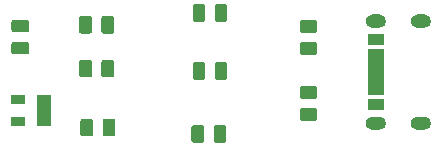
<source format=gbr>
G04 #@! TF.GenerationSoftware,KiCad,Pcbnew,(5.1.2-1)-1*
G04 #@! TF.CreationDate,2021-02-06T10:00:37+01:00*
G04 #@! TF.ProjectId,lir2450-charger,6c697232-3435-4302-9d63-686172676572,1.0.0*
G04 #@! TF.SameCoordinates,Original*
G04 #@! TF.FileFunction,Soldermask,Top*
G04 #@! TF.FilePolarity,Negative*
%FSLAX46Y46*%
G04 Gerber Fmt 4.6, Leading zero omitted, Abs format (unit mm)*
G04 Created by KiCad (PCBNEW (5.1.2-1)-1) date 2021-02-06 10:00:37*
%MOMM*%
%LPD*%
G04 APERTURE LIST*
%ADD10C,0.100000*%
G04 APERTURE END LIST*
D10*
G36*
X74371968Y-49503565D02*
G01*
X74410638Y-49515296D01*
X74446277Y-49534346D01*
X74477517Y-49559983D01*
X74503154Y-49591223D01*
X74522204Y-49626862D01*
X74533935Y-49665532D01*
X74538500Y-49711888D01*
X74538500Y-50788112D01*
X74533935Y-50834468D01*
X74522204Y-50873138D01*
X74503154Y-50908777D01*
X74477517Y-50940017D01*
X74446277Y-50965654D01*
X74410638Y-50984704D01*
X74371968Y-50996435D01*
X74325612Y-51001000D01*
X73674388Y-51001000D01*
X73628032Y-50996435D01*
X73589362Y-50984704D01*
X73553723Y-50965654D01*
X73522483Y-50940017D01*
X73496846Y-50908777D01*
X73477796Y-50873138D01*
X73466065Y-50834468D01*
X73461500Y-50788112D01*
X73461500Y-49711888D01*
X73466065Y-49665532D01*
X73477796Y-49626862D01*
X73496846Y-49591223D01*
X73522483Y-49559983D01*
X73553723Y-49534346D01*
X73589362Y-49515296D01*
X73628032Y-49503565D01*
X73674388Y-49499000D01*
X74325612Y-49499000D01*
X74371968Y-49503565D01*
X74371968Y-49503565D01*
G37*
G36*
X72496968Y-49503565D02*
G01*
X72535638Y-49515296D01*
X72571277Y-49534346D01*
X72602517Y-49559983D01*
X72628154Y-49591223D01*
X72647204Y-49626862D01*
X72658935Y-49665532D01*
X72663500Y-49711888D01*
X72663500Y-50788112D01*
X72658935Y-50834468D01*
X72647204Y-50873138D01*
X72628154Y-50908777D01*
X72602517Y-50940017D01*
X72571277Y-50965654D01*
X72535638Y-50984704D01*
X72496968Y-50996435D01*
X72450612Y-51001000D01*
X71799388Y-51001000D01*
X71753032Y-50996435D01*
X71714362Y-50984704D01*
X71678723Y-50965654D01*
X71647483Y-50940017D01*
X71621846Y-50908777D01*
X71602796Y-50873138D01*
X71591065Y-50834468D01*
X71586500Y-50788112D01*
X71586500Y-49711888D01*
X71591065Y-49665532D01*
X71602796Y-49626862D01*
X71621846Y-49591223D01*
X71647483Y-49559983D01*
X71678723Y-49534346D01*
X71714362Y-49515296D01*
X71753032Y-49503565D01*
X71799388Y-49499000D01*
X72450612Y-49499000D01*
X72496968Y-49503565D01*
X72496968Y-49503565D01*
G37*
G36*
X64971968Y-48953565D02*
G01*
X65010638Y-48965296D01*
X65046277Y-48984346D01*
X65077517Y-49009983D01*
X65103154Y-49041223D01*
X65122204Y-49076862D01*
X65133935Y-49115532D01*
X65138500Y-49161888D01*
X65138500Y-50238112D01*
X65133935Y-50284468D01*
X65122204Y-50323138D01*
X65103154Y-50358777D01*
X65077517Y-50390017D01*
X65046277Y-50415654D01*
X65010638Y-50434704D01*
X64971968Y-50446435D01*
X64925612Y-50451000D01*
X64274388Y-50451000D01*
X64228032Y-50446435D01*
X64189362Y-50434704D01*
X64153723Y-50415654D01*
X64122483Y-50390017D01*
X64096846Y-50358777D01*
X64077796Y-50323138D01*
X64066065Y-50284468D01*
X64061500Y-50238112D01*
X64061500Y-49161888D01*
X64066065Y-49115532D01*
X64077796Y-49076862D01*
X64096846Y-49041223D01*
X64122483Y-49009983D01*
X64153723Y-48984346D01*
X64189362Y-48965296D01*
X64228032Y-48953565D01*
X64274388Y-48949000D01*
X64925612Y-48949000D01*
X64971968Y-48953565D01*
X64971968Y-48953565D01*
G37*
G36*
X63096968Y-48953565D02*
G01*
X63135638Y-48965296D01*
X63171277Y-48984346D01*
X63202517Y-49009983D01*
X63228154Y-49041223D01*
X63247204Y-49076862D01*
X63258935Y-49115532D01*
X63263500Y-49161888D01*
X63263500Y-50238112D01*
X63258935Y-50284468D01*
X63247204Y-50323138D01*
X63228154Y-50358777D01*
X63202517Y-50390017D01*
X63171277Y-50415654D01*
X63135638Y-50434704D01*
X63096968Y-50446435D01*
X63050612Y-50451000D01*
X62399388Y-50451000D01*
X62353032Y-50446435D01*
X62314362Y-50434704D01*
X62278723Y-50415654D01*
X62247483Y-50390017D01*
X62221846Y-50358777D01*
X62202796Y-50323138D01*
X62191065Y-50284468D01*
X62186500Y-50238112D01*
X62186500Y-49161888D01*
X62191065Y-49115532D01*
X62202796Y-49076862D01*
X62221846Y-49041223D01*
X62247483Y-49009983D01*
X62278723Y-48984346D01*
X62314362Y-48965296D01*
X62353032Y-48953565D01*
X62399388Y-48949000D01*
X63050612Y-48949000D01*
X63096968Y-48953565D01*
X63096968Y-48953565D01*
G37*
G36*
X87607495Y-48779586D02*
G01*
X87710859Y-48810941D01*
X87806119Y-48861859D01*
X87889616Y-48930383D01*
X87958140Y-49013880D01*
X88009058Y-49109140D01*
X88040413Y-49212504D01*
X88051000Y-49319999D01*
X88051000Y-49320001D01*
X88040413Y-49427496D01*
X88009058Y-49530860D01*
X87958140Y-49626120D01*
X87889616Y-49709617D01*
X87806119Y-49778141D01*
X87710859Y-49829059D01*
X87607495Y-49860414D01*
X87500000Y-49871001D01*
X86900000Y-49871001D01*
X86792505Y-49860414D01*
X86689141Y-49829059D01*
X86593881Y-49778141D01*
X86510384Y-49709617D01*
X86441860Y-49626120D01*
X86390942Y-49530860D01*
X86359587Y-49427496D01*
X86349000Y-49320001D01*
X86349000Y-49319999D01*
X86359587Y-49212504D01*
X86390942Y-49109140D01*
X86441860Y-49013880D01*
X86510384Y-48930383D01*
X86593881Y-48861859D01*
X86689141Y-48810941D01*
X86792505Y-48779586D01*
X86900000Y-48768999D01*
X87500000Y-48768999D01*
X87607495Y-48779586D01*
X87607495Y-48779586D01*
G37*
G36*
X91407495Y-48779586D02*
G01*
X91510859Y-48810941D01*
X91606119Y-48861859D01*
X91689616Y-48930383D01*
X91758140Y-49013880D01*
X91809058Y-49109140D01*
X91840413Y-49212504D01*
X91851000Y-49319999D01*
X91851000Y-49320001D01*
X91840413Y-49427496D01*
X91809058Y-49530860D01*
X91758140Y-49626120D01*
X91689616Y-49709617D01*
X91606119Y-49778141D01*
X91510859Y-49829059D01*
X91407495Y-49860414D01*
X91300000Y-49871001D01*
X90700000Y-49871001D01*
X90592505Y-49860414D01*
X90489141Y-49829059D01*
X90393881Y-49778141D01*
X90310384Y-49709617D01*
X90241860Y-49626120D01*
X90190942Y-49530860D01*
X90159587Y-49427496D01*
X90149000Y-49320001D01*
X90149000Y-49319999D01*
X90159587Y-49212504D01*
X90190942Y-49109140D01*
X90241860Y-49013880D01*
X90310384Y-48930383D01*
X90393881Y-48861859D01*
X90489141Y-48810941D01*
X90592505Y-48779586D01*
X90700000Y-48768999D01*
X91300000Y-48768999D01*
X91407495Y-48779586D01*
X91407495Y-48779586D01*
G37*
G36*
X59681000Y-49576000D02*
G01*
X58519000Y-49576000D01*
X58519000Y-46924000D01*
X59681000Y-46924000D01*
X59681000Y-49576000D01*
X59681000Y-49576000D01*
G37*
G36*
X57481000Y-49576000D02*
G01*
X56319000Y-49576000D01*
X56319000Y-48824000D01*
X57481000Y-48824000D01*
X57481000Y-49576000D01*
X57481000Y-49576000D01*
G37*
G36*
X82084468Y-48066065D02*
G01*
X82123138Y-48077796D01*
X82158777Y-48096846D01*
X82190017Y-48122483D01*
X82215654Y-48153723D01*
X82234704Y-48189362D01*
X82246435Y-48228032D01*
X82251000Y-48274388D01*
X82251000Y-48925612D01*
X82246435Y-48971968D01*
X82234704Y-49010638D01*
X82215654Y-49046277D01*
X82190017Y-49077517D01*
X82158777Y-49103154D01*
X82123138Y-49122204D01*
X82084468Y-49133935D01*
X82038112Y-49138500D01*
X80961888Y-49138500D01*
X80915532Y-49133935D01*
X80876862Y-49122204D01*
X80841223Y-49103154D01*
X80809983Y-49077517D01*
X80784346Y-49046277D01*
X80765296Y-49010638D01*
X80753565Y-48971968D01*
X80749000Y-48925612D01*
X80749000Y-48274388D01*
X80753565Y-48228032D01*
X80765296Y-48189362D01*
X80784346Y-48153723D01*
X80809983Y-48122483D01*
X80841223Y-48096846D01*
X80876862Y-48077796D01*
X80915532Y-48066065D01*
X80961888Y-48061500D01*
X82038112Y-48061500D01*
X82084468Y-48066065D01*
X82084468Y-48066065D01*
G37*
G36*
X87851000Y-48201000D02*
G01*
X86549000Y-48201000D01*
X86549000Y-47299000D01*
X87851000Y-47299000D01*
X87851000Y-48201000D01*
X87851000Y-48201000D01*
G37*
G36*
X57481000Y-47676000D02*
G01*
X56319000Y-47676000D01*
X56319000Y-46924000D01*
X57481000Y-46924000D01*
X57481000Y-47676000D01*
X57481000Y-47676000D01*
G37*
G36*
X82084468Y-46191065D02*
G01*
X82123138Y-46202796D01*
X82158777Y-46221846D01*
X82190017Y-46247483D01*
X82215654Y-46278723D01*
X82234704Y-46314362D01*
X82246435Y-46353032D01*
X82251000Y-46399388D01*
X82251000Y-47050612D01*
X82246435Y-47096968D01*
X82234704Y-47135638D01*
X82215654Y-47171277D01*
X82190017Y-47202517D01*
X82158777Y-47228154D01*
X82123138Y-47247204D01*
X82084468Y-47258935D01*
X82038112Y-47263500D01*
X80961888Y-47263500D01*
X80915532Y-47258935D01*
X80876862Y-47247204D01*
X80841223Y-47228154D01*
X80809983Y-47202517D01*
X80784346Y-47171277D01*
X80765296Y-47135638D01*
X80753565Y-47096968D01*
X80749000Y-47050612D01*
X80749000Y-46399388D01*
X80753565Y-46353032D01*
X80765296Y-46314362D01*
X80784346Y-46278723D01*
X80809983Y-46247483D01*
X80841223Y-46221846D01*
X80876862Y-46202796D01*
X80915532Y-46191065D01*
X80961888Y-46186500D01*
X82038112Y-46186500D01*
X82084468Y-46191065D01*
X82084468Y-46191065D01*
G37*
G36*
X87851000Y-46971000D02*
G01*
X86549000Y-46971000D01*
X86549000Y-43029000D01*
X87851000Y-43029000D01*
X87851000Y-46971000D01*
X87851000Y-46971000D01*
G37*
G36*
X72596968Y-44153565D02*
G01*
X72635638Y-44165296D01*
X72671277Y-44184346D01*
X72702517Y-44209983D01*
X72728154Y-44241223D01*
X72747204Y-44276862D01*
X72758935Y-44315532D01*
X72763500Y-44361888D01*
X72763500Y-45438112D01*
X72758935Y-45484468D01*
X72747204Y-45523138D01*
X72728154Y-45558777D01*
X72702517Y-45590017D01*
X72671277Y-45615654D01*
X72635638Y-45634704D01*
X72596968Y-45646435D01*
X72550612Y-45651000D01*
X71899388Y-45651000D01*
X71853032Y-45646435D01*
X71814362Y-45634704D01*
X71778723Y-45615654D01*
X71747483Y-45590017D01*
X71721846Y-45558777D01*
X71702796Y-45523138D01*
X71691065Y-45484468D01*
X71686500Y-45438112D01*
X71686500Y-44361888D01*
X71691065Y-44315532D01*
X71702796Y-44276862D01*
X71721846Y-44241223D01*
X71747483Y-44209983D01*
X71778723Y-44184346D01*
X71814362Y-44165296D01*
X71853032Y-44153565D01*
X71899388Y-44149000D01*
X72550612Y-44149000D01*
X72596968Y-44153565D01*
X72596968Y-44153565D01*
G37*
G36*
X74471968Y-44153565D02*
G01*
X74510638Y-44165296D01*
X74546277Y-44184346D01*
X74577517Y-44209983D01*
X74603154Y-44241223D01*
X74622204Y-44276862D01*
X74633935Y-44315532D01*
X74638500Y-44361888D01*
X74638500Y-45438112D01*
X74633935Y-45484468D01*
X74622204Y-45523138D01*
X74603154Y-45558777D01*
X74577517Y-45590017D01*
X74546277Y-45615654D01*
X74510638Y-45634704D01*
X74471968Y-45646435D01*
X74425612Y-45651000D01*
X73774388Y-45651000D01*
X73728032Y-45646435D01*
X73689362Y-45634704D01*
X73653723Y-45615654D01*
X73622483Y-45590017D01*
X73596846Y-45558777D01*
X73577796Y-45523138D01*
X73566065Y-45484468D01*
X73561500Y-45438112D01*
X73561500Y-44361888D01*
X73566065Y-44315532D01*
X73577796Y-44276862D01*
X73596846Y-44241223D01*
X73622483Y-44209983D01*
X73653723Y-44184346D01*
X73689362Y-44165296D01*
X73728032Y-44153565D01*
X73774388Y-44149000D01*
X74425612Y-44149000D01*
X74471968Y-44153565D01*
X74471968Y-44153565D01*
G37*
G36*
X64871968Y-43953565D02*
G01*
X64910638Y-43965296D01*
X64946277Y-43984346D01*
X64977517Y-44009983D01*
X65003154Y-44041223D01*
X65022204Y-44076862D01*
X65033935Y-44115532D01*
X65038500Y-44161888D01*
X65038500Y-45238112D01*
X65033935Y-45284468D01*
X65022204Y-45323138D01*
X65003154Y-45358777D01*
X64977517Y-45390017D01*
X64946277Y-45415654D01*
X64910638Y-45434704D01*
X64871968Y-45446435D01*
X64825612Y-45451000D01*
X64174388Y-45451000D01*
X64128032Y-45446435D01*
X64089362Y-45434704D01*
X64053723Y-45415654D01*
X64022483Y-45390017D01*
X63996846Y-45358777D01*
X63977796Y-45323138D01*
X63966065Y-45284468D01*
X63961500Y-45238112D01*
X63961500Y-44161888D01*
X63966065Y-44115532D01*
X63977796Y-44076862D01*
X63996846Y-44041223D01*
X64022483Y-44009983D01*
X64053723Y-43984346D01*
X64089362Y-43965296D01*
X64128032Y-43953565D01*
X64174388Y-43949000D01*
X64825612Y-43949000D01*
X64871968Y-43953565D01*
X64871968Y-43953565D01*
G37*
G36*
X62996968Y-43953565D02*
G01*
X63035638Y-43965296D01*
X63071277Y-43984346D01*
X63102517Y-44009983D01*
X63128154Y-44041223D01*
X63147204Y-44076862D01*
X63158935Y-44115532D01*
X63163500Y-44161888D01*
X63163500Y-45238112D01*
X63158935Y-45284468D01*
X63147204Y-45323138D01*
X63128154Y-45358777D01*
X63102517Y-45390017D01*
X63071277Y-45415654D01*
X63035638Y-45434704D01*
X62996968Y-45446435D01*
X62950612Y-45451000D01*
X62299388Y-45451000D01*
X62253032Y-45446435D01*
X62214362Y-45434704D01*
X62178723Y-45415654D01*
X62147483Y-45390017D01*
X62121846Y-45358777D01*
X62102796Y-45323138D01*
X62091065Y-45284468D01*
X62086500Y-45238112D01*
X62086500Y-44161888D01*
X62091065Y-44115532D01*
X62102796Y-44076862D01*
X62121846Y-44041223D01*
X62147483Y-44009983D01*
X62178723Y-43984346D01*
X62214362Y-43965296D01*
X62253032Y-43953565D01*
X62299388Y-43949000D01*
X62950612Y-43949000D01*
X62996968Y-43953565D01*
X62996968Y-43953565D01*
G37*
G36*
X82084468Y-42466065D02*
G01*
X82123138Y-42477796D01*
X82158777Y-42496846D01*
X82190017Y-42522483D01*
X82215654Y-42553723D01*
X82234704Y-42589362D01*
X82246435Y-42628032D01*
X82251000Y-42674388D01*
X82251000Y-43325612D01*
X82246435Y-43371968D01*
X82234704Y-43410638D01*
X82215654Y-43446277D01*
X82190017Y-43477517D01*
X82158777Y-43503154D01*
X82123138Y-43522204D01*
X82084468Y-43533935D01*
X82038112Y-43538500D01*
X80961888Y-43538500D01*
X80915532Y-43533935D01*
X80876862Y-43522204D01*
X80841223Y-43503154D01*
X80809983Y-43477517D01*
X80784346Y-43446277D01*
X80765296Y-43410638D01*
X80753565Y-43371968D01*
X80749000Y-43325612D01*
X80749000Y-42674388D01*
X80753565Y-42628032D01*
X80765296Y-42589362D01*
X80784346Y-42553723D01*
X80809983Y-42522483D01*
X80841223Y-42496846D01*
X80876862Y-42477796D01*
X80915532Y-42466065D01*
X80961888Y-42461500D01*
X82038112Y-42461500D01*
X82084468Y-42466065D01*
X82084468Y-42466065D01*
G37*
G36*
X57684468Y-42441065D02*
G01*
X57723138Y-42452796D01*
X57758777Y-42471846D01*
X57790017Y-42497483D01*
X57815654Y-42528723D01*
X57834704Y-42564362D01*
X57846435Y-42603032D01*
X57851000Y-42649388D01*
X57851000Y-43300612D01*
X57846435Y-43346968D01*
X57834704Y-43385638D01*
X57815654Y-43421277D01*
X57790017Y-43452517D01*
X57758777Y-43478154D01*
X57723138Y-43497204D01*
X57684468Y-43508935D01*
X57638112Y-43513500D01*
X56561888Y-43513500D01*
X56515532Y-43508935D01*
X56476862Y-43497204D01*
X56441223Y-43478154D01*
X56409983Y-43452517D01*
X56384346Y-43421277D01*
X56365296Y-43385638D01*
X56353565Y-43346968D01*
X56349000Y-43300612D01*
X56349000Y-42649388D01*
X56353565Y-42603032D01*
X56365296Y-42564362D01*
X56384346Y-42528723D01*
X56409983Y-42497483D01*
X56441223Y-42471846D01*
X56476862Y-42452796D01*
X56515532Y-42441065D01*
X56561888Y-42436500D01*
X57638112Y-42436500D01*
X57684468Y-42441065D01*
X57684468Y-42441065D01*
G37*
G36*
X87851000Y-42701000D02*
G01*
X86549000Y-42701000D01*
X86549000Y-41799000D01*
X87851000Y-41799000D01*
X87851000Y-42701000D01*
X87851000Y-42701000D01*
G37*
G36*
X62996968Y-40253565D02*
G01*
X63035638Y-40265296D01*
X63071277Y-40284346D01*
X63102517Y-40309983D01*
X63128154Y-40341223D01*
X63147204Y-40376862D01*
X63158935Y-40415532D01*
X63163500Y-40461888D01*
X63163500Y-41538112D01*
X63158935Y-41584468D01*
X63147204Y-41623138D01*
X63128154Y-41658777D01*
X63102517Y-41690017D01*
X63071277Y-41715654D01*
X63035638Y-41734704D01*
X62996968Y-41746435D01*
X62950612Y-41751000D01*
X62299388Y-41751000D01*
X62253032Y-41746435D01*
X62214362Y-41734704D01*
X62178723Y-41715654D01*
X62147483Y-41690017D01*
X62121846Y-41658777D01*
X62102796Y-41623138D01*
X62091065Y-41584468D01*
X62086500Y-41538112D01*
X62086500Y-40461888D01*
X62091065Y-40415532D01*
X62102796Y-40376862D01*
X62121846Y-40341223D01*
X62147483Y-40309983D01*
X62178723Y-40284346D01*
X62214362Y-40265296D01*
X62253032Y-40253565D01*
X62299388Y-40249000D01*
X62950612Y-40249000D01*
X62996968Y-40253565D01*
X62996968Y-40253565D01*
G37*
G36*
X64871968Y-40253565D02*
G01*
X64910638Y-40265296D01*
X64946277Y-40284346D01*
X64977517Y-40309983D01*
X65003154Y-40341223D01*
X65022204Y-40376862D01*
X65033935Y-40415532D01*
X65038500Y-40461888D01*
X65038500Y-41538112D01*
X65033935Y-41584468D01*
X65022204Y-41623138D01*
X65003154Y-41658777D01*
X64977517Y-41690017D01*
X64946277Y-41715654D01*
X64910638Y-41734704D01*
X64871968Y-41746435D01*
X64825612Y-41751000D01*
X64174388Y-41751000D01*
X64128032Y-41746435D01*
X64089362Y-41734704D01*
X64053723Y-41715654D01*
X64022483Y-41690017D01*
X63996846Y-41658777D01*
X63977796Y-41623138D01*
X63966065Y-41584468D01*
X63961500Y-41538112D01*
X63961500Y-40461888D01*
X63966065Y-40415532D01*
X63977796Y-40376862D01*
X63996846Y-40341223D01*
X64022483Y-40309983D01*
X64053723Y-40284346D01*
X64089362Y-40265296D01*
X64128032Y-40253565D01*
X64174388Y-40249000D01*
X64825612Y-40249000D01*
X64871968Y-40253565D01*
X64871968Y-40253565D01*
G37*
G36*
X82084468Y-40591065D02*
G01*
X82123138Y-40602796D01*
X82158777Y-40621846D01*
X82190017Y-40647483D01*
X82215654Y-40678723D01*
X82234704Y-40714362D01*
X82246435Y-40753032D01*
X82251000Y-40799388D01*
X82251000Y-41450612D01*
X82246435Y-41496968D01*
X82234704Y-41535638D01*
X82215654Y-41571277D01*
X82190017Y-41602517D01*
X82158777Y-41628154D01*
X82123138Y-41647204D01*
X82084468Y-41658935D01*
X82038112Y-41663500D01*
X80961888Y-41663500D01*
X80915532Y-41658935D01*
X80876862Y-41647204D01*
X80841223Y-41628154D01*
X80809983Y-41602517D01*
X80784346Y-41571277D01*
X80765296Y-41535638D01*
X80753565Y-41496968D01*
X80749000Y-41450612D01*
X80749000Y-40799388D01*
X80753565Y-40753032D01*
X80765296Y-40714362D01*
X80784346Y-40678723D01*
X80809983Y-40647483D01*
X80841223Y-40621846D01*
X80876862Y-40602796D01*
X80915532Y-40591065D01*
X80961888Y-40586500D01*
X82038112Y-40586500D01*
X82084468Y-40591065D01*
X82084468Y-40591065D01*
G37*
G36*
X57684468Y-40566065D02*
G01*
X57723138Y-40577796D01*
X57758777Y-40596846D01*
X57790017Y-40622483D01*
X57815654Y-40653723D01*
X57834704Y-40689362D01*
X57846435Y-40728032D01*
X57851000Y-40774388D01*
X57851000Y-41425612D01*
X57846435Y-41471968D01*
X57834704Y-41510638D01*
X57815654Y-41546277D01*
X57790017Y-41577517D01*
X57758777Y-41603154D01*
X57723138Y-41622204D01*
X57684468Y-41633935D01*
X57638112Y-41638500D01*
X56561888Y-41638500D01*
X56515532Y-41633935D01*
X56476862Y-41622204D01*
X56441223Y-41603154D01*
X56409983Y-41577517D01*
X56384346Y-41546277D01*
X56365296Y-41510638D01*
X56353565Y-41471968D01*
X56349000Y-41425612D01*
X56349000Y-40774388D01*
X56353565Y-40728032D01*
X56365296Y-40689362D01*
X56384346Y-40653723D01*
X56409983Y-40622483D01*
X56441223Y-40596846D01*
X56476862Y-40577796D01*
X56515532Y-40566065D01*
X56561888Y-40561500D01*
X57638112Y-40561500D01*
X57684468Y-40566065D01*
X57684468Y-40566065D01*
G37*
G36*
X87607495Y-40139586D02*
G01*
X87710859Y-40170941D01*
X87806119Y-40221859D01*
X87889616Y-40290383D01*
X87958140Y-40373880D01*
X88009058Y-40469140D01*
X88040413Y-40572504D01*
X88051000Y-40679999D01*
X88051000Y-40680001D01*
X88040413Y-40787496D01*
X88009058Y-40890860D01*
X87958140Y-40986120D01*
X87889616Y-41069617D01*
X87806119Y-41138141D01*
X87710859Y-41189059D01*
X87607495Y-41220414D01*
X87500000Y-41231001D01*
X86900000Y-41231001D01*
X86792505Y-41220414D01*
X86689141Y-41189059D01*
X86593881Y-41138141D01*
X86510384Y-41069617D01*
X86441860Y-40986120D01*
X86390942Y-40890860D01*
X86359587Y-40787496D01*
X86349000Y-40680001D01*
X86349000Y-40679999D01*
X86359587Y-40572504D01*
X86390942Y-40469140D01*
X86441860Y-40373880D01*
X86510384Y-40290383D01*
X86593881Y-40221859D01*
X86689141Y-40170941D01*
X86792505Y-40139586D01*
X86900000Y-40128999D01*
X87500000Y-40128999D01*
X87607495Y-40139586D01*
X87607495Y-40139586D01*
G37*
G36*
X91407495Y-40139586D02*
G01*
X91510859Y-40170941D01*
X91606119Y-40221859D01*
X91689616Y-40290383D01*
X91758140Y-40373880D01*
X91809058Y-40469140D01*
X91840413Y-40572504D01*
X91851000Y-40679999D01*
X91851000Y-40680001D01*
X91840413Y-40787496D01*
X91809058Y-40890860D01*
X91758140Y-40986120D01*
X91689616Y-41069617D01*
X91606119Y-41138141D01*
X91510859Y-41189059D01*
X91407495Y-41220414D01*
X91300000Y-41231001D01*
X90700000Y-41231001D01*
X90592505Y-41220414D01*
X90489141Y-41189059D01*
X90393881Y-41138141D01*
X90310384Y-41069617D01*
X90241860Y-40986120D01*
X90190942Y-40890860D01*
X90159587Y-40787496D01*
X90149000Y-40680001D01*
X90149000Y-40679999D01*
X90159587Y-40572504D01*
X90190942Y-40469140D01*
X90241860Y-40373880D01*
X90310384Y-40290383D01*
X90393881Y-40221859D01*
X90489141Y-40170941D01*
X90592505Y-40139586D01*
X90700000Y-40128999D01*
X91300000Y-40128999D01*
X91407495Y-40139586D01*
X91407495Y-40139586D01*
G37*
G36*
X74471968Y-39253565D02*
G01*
X74510638Y-39265296D01*
X74546277Y-39284346D01*
X74577517Y-39309983D01*
X74603154Y-39341223D01*
X74622204Y-39376862D01*
X74633935Y-39415532D01*
X74638500Y-39461888D01*
X74638500Y-40538112D01*
X74633935Y-40584468D01*
X74622204Y-40623138D01*
X74603154Y-40658777D01*
X74577517Y-40690017D01*
X74546277Y-40715654D01*
X74510638Y-40734704D01*
X74471968Y-40746435D01*
X74425612Y-40751000D01*
X73774388Y-40751000D01*
X73728032Y-40746435D01*
X73689362Y-40734704D01*
X73653723Y-40715654D01*
X73622483Y-40690017D01*
X73596846Y-40658777D01*
X73577796Y-40623138D01*
X73566065Y-40584468D01*
X73561500Y-40538112D01*
X73561500Y-39461888D01*
X73566065Y-39415532D01*
X73577796Y-39376862D01*
X73596846Y-39341223D01*
X73622483Y-39309983D01*
X73653723Y-39284346D01*
X73689362Y-39265296D01*
X73728032Y-39253565D01*
X73774388Y-39249000D01*
X74425612Y-39249000D01*
X74471968Y-39253565D01*
X74471968Y-39253565D01*
G37*
G36*
X72596968Y-39253565D02*
G01*
X72635638Y-39265296D01*
X72671277Y-39284346D01*
X72702517Y-39309983D01*
X72728154Y-39341223D01*
X72747204Y-39376862D01*
X72758935Y-39415532D01*
X72763500Y-39461888D01*
X72763500Y-40538112D01*
X72758935Y-40584468D01*
X72747204Y-40623138D01*
X72728154Y-40658777D01*
X72702517Y-40690017D01*
X72671277Y-40715654D01*
X72635638Y-40734704D01*
X72596968Y-40746435D01*
X72550612Y-40751000D01*
X71899388Y-40751000D01*
X71853032Y-40746435D01*
X71814362Y-40734704D01*
X71778723Y-40715654D01*
X71747483Y-40690017D01*
X71721846Y-40658777D01*
X71702796Y-40623138D01*
X71691065Y-40584468D01*
X71686500Y-40538112D01*
X71686500Y-39461888D01*
X71691065Y-39415532D01*
X71702796Y-39376862D01*
X71721846Y-39341223D01*
X71747483Y-39309983D01*
X71778723Y-39284346D01*
X71814362Y-39265296D01*
X71853032Y-39253565D01*
X71899388Y-39249000D01*
X72550612Y-39249000D01*
X72596968Y-39253565D01*
X72596968Y-39253565D01*
G37*
M02*

</source>
